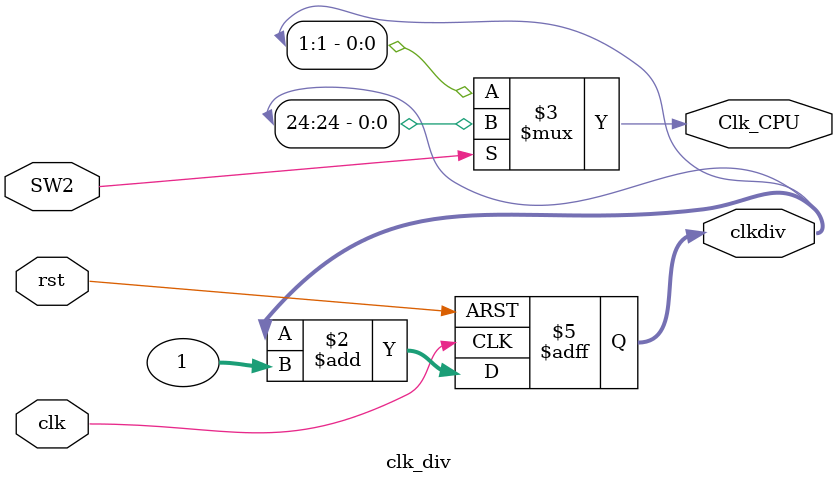
<source format=v>
`timescale 1ns / 1ps
module  clk_div(
                clk,
                rst,
                SW2,
                clkdiv,
                Clk_CPU
);
    input  wire         clk,
                        rst;
    input  wire         SW2;
    output reg  [31: 0]	clkdiv = 0;
    output wire         Clk_CPU;

    always @ (posedge clk or posedge rst) begin
        if (rst) begin
           clkdiv <= 0;
        end 
        else begin
            clkdiv <= clkdiv + 32'b1;
        end
    end

   assign Clk_CPU = SW2 ? clkdiv[24] : clkdiv[1]; // SW2 to chose Cpuclk

endmodule

</source>
